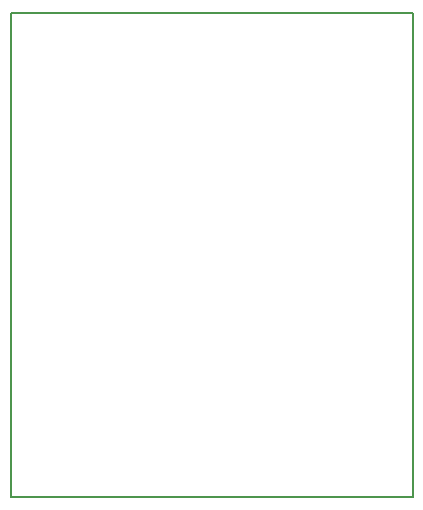
<source format=gko>
%TF.GenerationSoftware,KiCad,Pcbnew,no-vcs-found-72d4889~60~ubuntu16.04.1*%
%TF.CreationDate,2017-10-20T12:27:02+05:30*%
%TF.ProjectId,sense_rev2,73656E73655F726576322E6B69636164,rev?*%
%TF.SameCoordinates,Original*%
%TF.FileFunction,Profile,NP*%
%FSLAX46Y46*%
G04 Gerber Fmt 4.6, Leading zero omitted, Abs format (unit mm)*
G04 Created by KiCad (PCBNEW no-vcs-found-72d4889~60~ubuntu16.04.1) date Fri Oct 20 12:27:02 2017*
%MOMM*%
%LPD*%
G01*
G04 APERTURE LIST*
%ADD10C,0.150000*%
G04 APERTURE END LIST*
D10*
X83000000Y-127000000D02*
X117000000Y-127000000D01*
X83000000Y-86000000D02*
X83000000Y-127000000D01*
X117000000Y-86000000D02*
X83000000Y-86000000D01*
X117000000Y-127000000D02*
X117000000Y-86000000D01*
M02*

</source>
